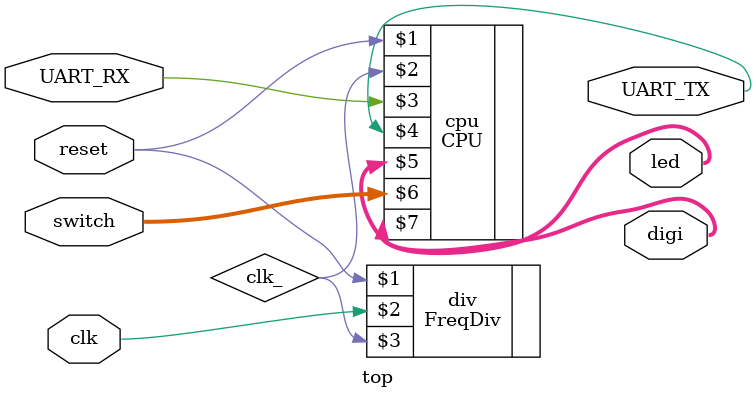
<source format=v>
module top(
    input reset, clk,

    input UART_RX,
    output UART_TX,
    output [7:0] led,
    input [7:0] switch,
    output [11:0] digi
);
wire clk_;
CPU cpu(reset, clk_, UART_RX, UART_TX, led, switch, digi);
FreqDiv div(reset, clk, clk_);
endmodule
</source>
